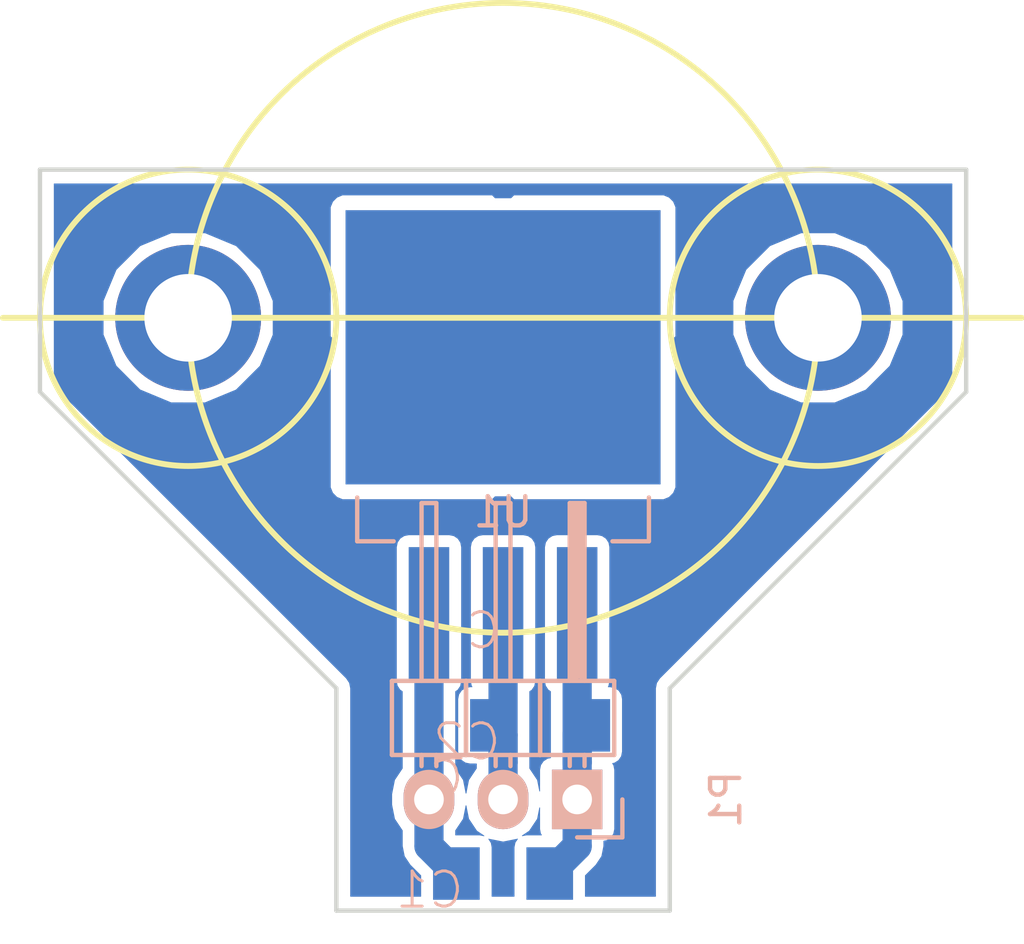
<source format=kicad_pcb>
(kicad_pcb (version 4) (host pcbnew 4.0.2-stable)

  (general
    (links 7)
    (no_connects 0)
    (area 95.149999 76.734999 130.275001 109.248333)
    (thickness 1.6)
    (drawings 12)
    (tracks 15)
    (zones 0)
    (modules 4)
    (nets 4)
  )

  (page A4)
  (layers
    (0 F.Cu signal)
    (31 B.Cu signal)
    (32 B.Adhes user)
    (33 F.Adhes user)
    (34 B.Paste user)
    (35 F.Paste user)
    (36 B.SilkS user)
    (37 F.SilkS user)
    (38 B.Mask user)
    (39 F.Mask user)
    (40 Dwgs.User user)
    (41 Cmts.User user)
    (42 Eco1.User user)
    (43 Eco2.User user)
    (44 Edge.Cuts user)
    (45 Margin user)
    (46 B.CrtYd user)
    (47 F.CrtYd user)
    (48 B.Fab user)
    (49 F.Fab user)
  )

  (setup
    (last_trace_width 0.25)
    (user_trace_width 1)
    (trace_clearance 0.2)
    (zone_clearance 0.4)
    (zone_45_only no)
    (trace_min 0.2)
    (segment_width 0.2)
    (edge_width 0.15)
    (via_size 0.6)
    (via_drill 0.4)
    (via_min_size 0.4)
    (via_min_drill 0.3)
    (user_via 5 3)
    (uvia_size 0.3)
    (uvia_drill 0.1)
    (uvias_allowed no)
    (uvia_min_size 0.2)
    (uvia_min_drill 0.1)
    (pcb_text_width 0.3)
    (pcb_text_size 1.5 1.5)
    (mod_edge_width 0.15)
    (mod_text_size 1 1)
    (mod_text_width 0.15)
    (pad_size 1.524 1.524)
    (pad_drill 0.762)
    (pad_to_mask_clearance 0.2)
    (aux_axis_origin 0 0)
    (visible_elements 7FFFFFFF)
    (pcbplotparams
      (layerselection 0x01000_80000000)
      (usegerberextensions false)
      (excludeedgelayer true)
      (linewidth 0.100000)
      (plotframeref false)
      (viasonmask false)
      (mode 1)
      (useauxorigin false)
      (hpglpennumber 1)
      (hpglpenspeed 20)
      (hpglpendiameter 15)
      (hpglpenoverlay 2)
      (psnegative false)
      (psa4output false)
      (plotreference true)
      (plotvalue true)
      (plotinvisibletext false)
      (padsonsilk false)
      (subtractmaskfromsilk false)
      (outputformat 1)
      (mirror false)
      (drillshape 0)
      (scaleselection 1)
      (outputdirectory ""))
  )

  (net 0 "")
  (net 1 "Net-(C1-Pad1)")
  (net 2 "Net-(C1-Pad2)")
  (net 3 "Net-(C2-Pad1)")

  (net_class Default "これは標準のネット クラスです。"
    (clearance 0.2)
    (trace_width 0.25)
    (via_dia 0.6)
    (via_drill 0.4)
    (uvia_dia 0.3)
    (uvia_drill 0.1)
    (add_net "Net-(C1-Pad1)")
    (add_net "Net-(C1-Pad2)")
    (add_net "Net-(C2-Pad1)")
  )

  (module RP_KiCAD_Libs:C3216 (layer B.Cu) (tedit 0) (tstamp 576CEBEA)
    (at 112.395 106.68)
    (descr <b>CAPACITOR</b>)
    (path /576CEBD9)
    (fp_text reference C1 (at -1.27 1.27) (layer B.SilkS)
      (effects (font (size 1.2065 1.2065) (thickness 0.1016)) (justify left bottom mirror))
    )
    (fp_text value C (at -1.27 -2.54) (layer B.SilkS)
      (effects (font (size 1.2065 1.2065) (thickness 0.1016)) (justify left bottom mirror))
    )
    (fp_line (start -0.965 0.787) (end 0.965 0.787) (layer Dwgs.User) (width 0.1016))
    (fp_line (start -0.965 -0.787) (end 0.965 -0.787) (layer Dwgs.User) (width 0.1016))
    (fp_poly (pts (xy -1.7018 -0.8509) (xy -0.9517 -0.8509) (xy -0.9517 0.8491) (xy -1.7018 0.8491)) (layer Dwgs.User) (width 0))
    (fp_poly (pts (xy 0.9517 -0.8491) (xy 1.7018 -0.8491) (xy 1.7018 0.8509) (xy 0.9517 0.8509)) (layer Dwgs.User) (width 0))
    (fp_poly (pts (xy -0.3 -0.5001) (xy 0.3 -0.5001) (xy 0.3 0.5001) (xy -0.3 0.5001)) (layer B.Adhes) (width 0))
    (pad 1 smd rect (at -1.6 0) (size 1.6 1.8) (layers B.Cu B.Paste B.Mask)
      (net 1 "Net-(C1-Pad1)"))
    (pad 2 smd rect (at 1.6 0) (size 1.6 1.8) (layers B.Cu B.Paste B.Mask)
      (net 2 "Net-(C1-Pad2)"))
    (model Resistors_SMD.3dshapes/R_1206.wrl
      (at (xyz 0 0 0))
      (scale (xyz 1 1 1))
      (rotate (xyz 0 0 0))
    )
  )

  (module RP_KiCAD_Libs:C3216 (layer B.Cu) (tedit 0) (tstamp 576CEBF0)
    (at 113.665 101.6)
    (descr <b>CAPACITOR</b>)
    (path /576CEC4E)
    (fp_text reference C2 (at -1.27 1.27) (layer B.SilkS)
      (effects (font (size 1.2065 1.2065) (thickness 0.1016)) (justify left bottom mirror))
    )
    (fp_text value C (at -1.27 -2.54) (layer B.SilkS)
      (effects (font (size 1.2065 1.2065) (thickness 0.1016)) (justify left bottom mirror))
    )
    (fp_line (start -0.965 0.787) (end 0.965 0.787) (layer Dwgs.User) (width 0.1016))
    (fp_line (start -0.965 -0.787) (end 0.965 -0.787) (layer Dwgs.User) (width 0.1016))
    (fp_poly (pts (xy -1.7018 -0.8509) (xy -0.9517 -0.8509) (xy -0.9517 0.8491) (xy -1.7018 0.8491)) (layer Dwgs.User) (width 0))
    (fp_poly (pts (xy 0.9517 -0.8491) (xy 1.7018 -0.8491) (xy 1.7018 0.8509) (xy 0.9517 0.8509)) (layer Dwgs.User) (width 0))
    (fp_poly (pts (xy -0.3 -0.5001) (xy 0.3 -0.5001) (xy 0.3 0.5001) (xy -0.3 0.5001)) (layer B.Adhes) (width 0))
    (pad 1 smd rect (at -1.6 0) (size 1.6 1.8) (layers B.Cu B.Paste B.Mask)
      (net 3 "Net-(C2-Pad1)"))
    (pad 2 smd rect (at 1.6 0) (size 1.6 1.8) (layers B.Cu B.Paste B.Mask)
      (net 2 "Net-(C1-Pad2)"))
    (model Resistors_SMD.3dshapes/R_1206.wrl
      (at (xyz 0 0 0))
      (scale (xyz 1 1 1))
      (rotate (xyz 0 0 0))
    )
  )

  (module Pin_Headers:Pin_Header_Angled_1x03 (layer B.Cu) (tedit 0) (tstamp 576CEBF7)
    (at 114.935 104.14 90)
    (descr "Through hole pin header")
    (tags "pin header")
    (path /576CEB7E)
    (fp_text reference P1 (at 0 5.1 90) (layer B.SilkS)
      (effects (font (size 1 1) (thickness 0.15)) (justify mirror))
    )
    (fp_text value CONN_01X03 (at 0 3.1 90) (layer B.Fab)
      (effects (font (size 1 1) (thickness 0.15)) (justify mirror))
    )
    (fp_line (start -1.5 1.75) (end -1.5 -6.85) (layer B.CrtYd) (width 0.05))
    (fp_line (start 10.65 1.75) (end 10.65 -6.85) (layer B.CrtYd) (width 0.05))
    (fp_line (start -1.5 1.75) (end 10.65 1.75) (layer B.CrtYd) (width 0.05))
    (fp_line (start -1.5 -6.85) (end 10.65 -6.85) (layer B.CrtYd) (width 0.05))
    (fp_line (start -1.3 1.55) (end -1.3 0) (layer B.SilkS) (width 0.15))
    (fp_line (start 0 1.55) (end -1.3 1.55) (layer B.SilkS) (width 0.15))
    (fp_line (start 4.191 0.127) (end 10.033 0.127) (layer B.SilkS) (width 0.15))
    (fp_line (start 10.033 0.127) (end 10.033 -0.127) (layer B.SilkS) (width 0.15))
    (fp_line (start 10.033 -0.127) (end 4.191 -0.127) (layer B.SilkS) (width 0.15))
    (fp_line (start 4.191 -0.127) (end 4.191 0) (layer B.SilkS) (width 0.15))
    (fp_line (start 4.191 0) (end 10.033 0) (layer B.SilkS) (width 0.15))
    (fp_line (start 1.524 0.254) (end 1.143 0.254) (layer B.SilkS) (width 0.15))
    (fp_line (start 1.524 -0.254) (end 1.143 -0.254) (layer B.SilkS) (width 0.15))
    (fp_line (start 1.524 -2.286) (end 1.143 -2.286) (layer B.SilkS) (width 0.15))
    (fp_line (start 1.524 -2.794) (end 1.143 -2.794) (layer B.SilkS) (width 0.15))
    (fp_line (start 1.524 -4.826) (end 1.143 -4.826) (layer B.SilkS) (width 0.15))
    (fp_line (start 1.524 -5.334) (end 1.143 -5.334) (layer B.SilkS) (width 0.15))
    (fp_line (start 4.064 -1.27) (end 4.064 1.27) (layer B.SilkS) (width 0.15))
    (fp_line (start 10.16 -0.254) (end 4.064 -0.254) (layer B.SilkS) (width 0.15))
    (fp_line (start 10.16 0.254) (end 10.16 -0.254) (layer B.SilkS) (width 0.15))
    (fp_line (start 4.064 0.254) (end 10.16 0.254) (layer B.SilkS) (width 0.15))
    (fp_line (start 1.524 -1.27) (end 4.064 -1.27) (layer B.SilkS) (width 0.15))
    (fp_line (start 1.524 1.27) (end 1.524 -1.27) (layer B.SilkS) (width 0.15))
    (fp_line (start 1.524 1.27) (end 4.064 1.27) (layer B.SilkS) (width 0.15))
    (fp_line (start 1.524 -3.81) (end 4.064 -3.81) (layer B.SilkS) (width 0.15))
    (fp_line (start 1.524 -3.81) (end 1.524 -6.35) (layer B.SilkS) (width 0.15))
    (fp_line (start 4.064 -4.826) (end 10.16 -4.826) (layer B.SilkS) (width 0.15))
    (fp_line (start 10.16 -4.826) (end 10.16 -5.334) (layer B.SilkS) (width 0.15))
    (fp_line (start 10.16 -5.334) (end 4.064 -5.334) (layer B.SilkS) (width 0.15))
    (fp_line (start 4.064 -6.35) (end 4.064 -3.81) (layer B.SilkS) (width 0.15))
    (fp_line (start 4.064 -3.81) (end 4.064 -1.27) (layer B.SilkS) (width 0.15))
    (fp_line (start 10.16 -2.794) (end 4.064 -2.794) (layer B.SilkS) (width 0.15))
    (fp_line (start 10.16 -2.286) (end 10.16 -2.794) (layer B.SilkS) (width 0.15))
    (fp_line (start 4.064 -2.286) (end 10.16 -2.286) (layer B.SilkS) (width 0.15))
    (fp_line (start 1.524 -3.81) (end 4.064 -3.81) (layer B.SilkS) (width 0.15))
    (fp_line (start 1.524 -1.27) (end 1.524 -3.81) (layer B.SilkS) (width 0.15))
    (fp_line (start 1.524 -1.27) (end 4.064 -1.27) (layer B.SilkS) (width 0.15))
    (fp_line (start 1.524 -6.35) (end 4.064 -6.35) (layer B.SilkS) (width 0.15))
    (pad 1 thru_hole rect (at 0 0 90) (size 2.032 1.7272) (drill 1.016) (layers *.Cu *.Mask B.SilkS)
      (net 2 "Net-(C1-Pad2)"))
    (pad 2 thru_hole oval (at 0 -2.54 90) (size 2.032 1.7272) (drill 1.016) (layers *.Cu *.Mask B.SilkS)
      (net 3 "Net-(C2-Pad1)"))
    (pad 3 thru_hole oval (at 0 -5.08 90) (size 2.032 1.7272) (drill 1.016) (layers *.Cu *.Mask B.SilkS)
      (net 1 "Net-(C1-Pad1)"))
    (model Pin_Headers.3dshapes/Pin_Header_Angled_1x03.wrl
      (at (xyz 0 -0.1 0))
      (scale (xyz 1 1 1))
      (rotate (xyz 0 0 90))
    )
  )

  (module TO_SOT_Packages_SMD:TO-263-3Lead (layer B.Cu) (tedit 55D38F53) (tstamp 576CEBFF)
    (at 112.395 97.79 90)
    (descr "D2PAK / TO-263 3-lead smd package")
    (tags "D2PAK D2PAK-3 TO-263AB TO-263")
    (path /576CEBB2)
    (attr smd)
    (fp_text reference U1 (at 3.5 0 360) (layer B.SilkS)
      (effects (font (size 1 1) (thickness 0.15)) (justify mirror))
    )
    (fp_text value LM1084IT-5.0/NOPB (at 15.25 0.25 360) (layer B.Fab)
      (effects (font (size 1 1) (thickness 0.15)) (justify mirror))
    )
    (fp_line (start 14.1 -5.65) (end -2.55 -5.65) (layer B.CrtYd) (width 0.05))
    (fp_line (start 14.1 5.65) (end 14.1 -5.65) (layer B.CrtYd) (width 0.05))
    (fp_line (start 14.1 5.65) (end -2.55 5.65) (layer B.CrtYd) (width 0.05))
    (fp_line (start -2.55 5.65) (end -2.55 -5.65) (layer B.CrtYd) (width 0.05))
    (fp_line (start 2.5 -5) (end 2.5 -3.75) (layer B.SilkS) (width 0.15))
    (fp_line (start 2.5 -5) (end 4 -5) (layer B.SilkS) (width 0.15))
    (fp_line (start 2.5 5) (end 4 5) (layer B.SilkS) (width 0.15))
    (fp_line (start 2.5 5) (end 2.5 3.75) (layer B.SilkS) (width 0.15))
    (pad 2 smd rect (at 0 0 90) (size 4.6 1.39) (layers B.Cu B.Paste B.Mask)
      (net 3 "Net-(C2-Pad1)"))
    (pad 4 smd rect (at 9.15 0 90) (size 9.4 10.8) (layers B.Cu B.Paste B.Mask))
    (pad 3 smd rect (at 0 -2.54 90) (size 4.6 1.39) (layers B.Cu B.Paste B.Mask)
      (net 1 "Net-(C1-Pad1)"))
    (pad 1 smd rect (at 0 2.54 90) (size 4.6 1.39) (layers B.Cu B.Paste B.Mask)
      (net 2 "Net-(C1-Pad2)"))
    (model TO_SOT_Packages_SMD.3dshapes/TO-263-3Lead.wrl
      (at (xyz 0 0 0))
      (scale (xyz 1 1 1))
      (rotate (xyz 0 0 90))
    )
  )

  (gr_line (start 128.27 90.17) (end 128.27 82.55) (angle 90) (layer Edge.Cuts) (width 0.15))
  (gr_line (start 96.52 90.17) (end 96.52 82.55) (angle 90) (layer Edge.Cuts) (width 0.15))
  (gr_line (start 106.68 100.33) (end 106.68 107.95) (angle 90) (layer Edge.Cuts) (width 0.15))
  (gr_line (start 96.52 90.17) (end 106.68 100.33) (angle 90) (layer Edge.Cuts) (width 0.15))
  (gr_line (start 118.11 100.33) (end 118.11 107.95) (angle 90) (layer Edge.Cuts) (width 0.15))
  (gr_line (start 128.27 90.17) (end 118.11 100.33) (angle 90) (layer Edge.Cuts) (width 0.15))
  (gr_line (start 106.68 107.95) (end 118.11 107.95) (angle 90) (layer Edge.Cuts) (width 0.15))
  (gr_line (start 96.52 82.55) (end 128.27 82.55) (angle 90) (layer Edge.Cuts) (width 0.15))
  (gr_circle (center 123.19 87.63) (end 118.11 87.63) (layer F.SilkS) (width 0.2))
  (gr_circle (center 101.6 87.63) (end 106.68 87.63) (layer F.SilkS) (width 0.2))
  (gr_circle (center 112.395 87.63) (end 123.19 87.63) (layer F.SilkS) (width 0.2))
  (gr_line (start 95.25 87.63) (end 130.175 87.63) (angle 90) (layer F.SilkS) (width 0.2))

  (via (at 101.6 87.63) (size 5) (drill 3) (layers F.Cu B.Cu) (net 0))
  (via (at 123.19 87.63) (size 5) (drill 3) (layers F.Cu B.Cu) (net 0))
  (segment (start 109.855 97.79) (end 109.855 104.14) (width 1) (layer B.Cu) (net 1))
  (segment (start 109.855 104.14) (end 109.855 105.74) (width 1) (layer B.Cu) (net 1) (tstamp 576CEC3D))
  (segment (start 109.855 105.74) (end 110.795 106.68) (width 1) (layer B.Cu) (net 1) (tstamp 576CEC3E))
  (segment (start 113.995 106.68) (end 114.935 105.74) (width 1) (layer B.Cu) (net 2))
  (segment (start 114.935 105.74) (end 114.935 104.14) (width 1) (layer B.Cu) (net 2) (tstamp 576CEC4F))
  (segment (start 115.265 101.6) (end 114.935 101.93) (width 1) (layer B.Cu) (net 2))
  (segment (start 114.935 101.93) (end 114.935 102.87) (width 1) (layer B.Cu) (net 2) (tstamp 576CEC4A))
  (segment (start 114.935 97.79) (end 114.935 102.87) (width 1) (layer B.Cu) (net 2))
  (segment (start 114.935 102.87) (end 114.935 104.14) (width 1) (layer B.Cu) (net 2) (tstamp 576CEC4D))
  (segment (start 112.065 101.6) (end 112.395 101.93) (width 1) (layer B.Cu) (net 3))
  (segment (start 112.395 101.93) (end 112.395 102.87) (width 1) (layer B.Cu) (net 3) (tstamp 576CEC45))
  (segment (start 112.395 97.79) (end 112.395 102.87) (width 1) (layer B.Cu) (net 3))
  (segment (start 112.395 102.87) (end 112.395 104.14) (width 1) (layer B.Cu) (net 3) (tstamp 576CEC48))

  (zone (net 0) (net_name "") (layer B.Cu) (tstamp 576CF5BC) (hatch edge 0.508)
    (connect_pads (clearance 0.4))
    (min_thickness 0.0254)
    (fill yes (arc_segments 16) (thermal_gap 0.508) (thermal_bridge_width 0.508))
    (polygon
      (pts
        (xy 128.27 90.17) (xy 118.11 100.33) (xy 118.11 107.95) (xy 106.68 107.95) (xy 106.68 100.33)
        (xy 96.52 90.17) (xy 96.52 82.55) (xy 128.27 82.55) (xy 128.27 90.17)
      )
    )
    (filled_polygon
      (pts
        (xy 127.7823 89.967988) (xy 117.765144 99.985144) (xy 117.659424 100.143365) (xy 117.6223 100.33) (xy 117.6223 107.4623)
        (xy 115.215785 107.4623) (xy 115.215785 106.749968) (xy 115.580377 106.385376) (xy 115.778225 106.089275) (xy 115.8477 105.74)
        (xy 115.8477 105.567546) (xy 115.951537 105.548008) (xy 116.092001 105.457622) (xy 116.186233 105.319709) (xy 116.219385 105.156)
        (xy 116.219385 103.124) (xy 116.190608 102.971063) (xy 116.148183 102.905133) (xy 116.217937 102.892008) (xy 116.358401 102.801622)
        (xy 116.452633 102.663709) (xy 116.485785 102.5) (xy 116.485785 100.7) (xy 116.457008 100.547063) (xy 116.366622 100.406599)
        (xy 116.228709 100.312367) (xy 116.065 100.279215) (xy 116.000205 100.279215) (xy 116.017633 100.253709) (xy 116.050785 100.09)
        (xy 116.050785 95.49) (xy 116.022008 95.337063) (xy 115.931622 95.196599) (xy 115.793709 95.102367) (xy 115.63 95.069215)
        (xy 114.24 95.069215) (xy 114.087063 95.097992) (xy 113.946599 95.188378) (xy 113.852367 95.326291) (xy 113.819215 95.49)
        (xy 113.819215 100.09) (xy 113.847992 100.242937) (xy 113.938378 100.383401) (xy 114.0223 100.440742) (xy 114.0223 102.712454)
        (xy 113.918463 102.731992) (xy 113.777999 102.822378) (xy 113.683767 102.960291) (xy 113.650615 103.124) (xy 113.650615 103.85562)
        (xy 113.574147 103.471191) (xy 113.3077 103.072425) (xy 113.3077 100.440334) (xy 113.383401 100.391622) (xy 113.477633 100.253709)
        (xy 113.510785 100.09) (xy 113.510785 95.49) (xy 113.482008 95.337063) (xy 113.391622 95.196599) (xy 113.253709 95.102367)
        (xy 113.09 95.069215) (xy 111.7 95.069215) (xy 111.547063 95.097992) (xy 111.406599 95.188378) (xy 111.312367 95.326291)
        (xy 111.279215 95.49) (xy 111.279215 100.09) (xy 111.307992 100.242937) (xy 111.331336 100.279215) (xy 111.265 100.279215)
        (xy 111.112063 100.307992) (xy 110.971599 100.398378) (xy 110.877367 100.536291) (xy 110.844215 100.7) (xy 110.844215 102.5)
        (xy 110.872992 102.652937) (xy 110.963378 102.793401) (xy 111.101291 102.887633) (xy 111.265 102.920785) (xy 111.4823 102.920785)
        (xy 111.4823 103.072425) (xy 111.215853 103.471191) (xy 111.125 103.927938) (xy 111.034147 103.471191) (xy 110.7677 103.072425)
        (xy 110.7677 100.440334) (xy 110.843401 100.391622) (xy 110.937633 100.253709) (xy 110.970785 100.09) (xy 110.970785 95.49)
        (xy 110.942008 95.337063) (xy 110.851622 95.196599) (xy 110.713709 95.102367) (xy 110.55 95.069215) (xy 109.16 95.069215)
        (xy 109.007063 95.097992) (xy 108.866599 95.188378) (xy 108.772367 95.326291) (xy 108.739215 95.49) (xy 108.739215 100.09)
        (xy 108.767992 100.242937) (xy 108.858378 100.383401) (xy 108.9423 100.440742) (xy 108.9423 103.072425) (xy 108.675853 103.471191)
        (xy 108.5787 103.95961) (xy 108.5787 104.32039) (xy 108.675853 104.808809) (xy 108.9423 105.207575) (xy 108.9423 105.74)
        (xy 109.000904 106.034624) (xy 109.011775 106.089275) (xy 109.209624 106.385376) (xy 109.574215 106.749967) (xy 109.574215 107.4623)
        (xy 107.1677 107.4623) (xy 107.1677 100.33) (xy 107.130576 100.143365) (xy 107.024856 99.985144) (xy 97.0077 89.967988)
        (xy 97.0077 88.20683) (xy 98.686796 88.20683) (xy 99.129293 89.277756) (xy 99.947934 90.097827) (xy 101.018086 90.542193)
        (xy 102.17683 90.543204) (xy 103.247756 90.100707) (xy 104.067827 89.282066) (xy 104.512193 88.211914) (xy 104.513204 87.05317)
        (xy 104.070707 85.982244) (xy 103.252066 85.162173) (xy 102.181914 84.717807) (xy 101.02317 84.716796) (xy 99.952244 85.159293)
        (xy 99.132173 85.977934) (xy 98.687807 87.048086) (xy 98.686796 88.20683) (xy 97.0077 88.20683) (xy 97.0077 83.836426)
        (xy 106.4743 83.836426) (xy 106.4743 88.268525) (xy 106.574215 88.36844) (xy 106.574215 88.91156) (xy 106.4743 89.011475)
        (xy 106.4743 93.443574) (xy 106.553572 93.634953) (xy 106.700047 93.781428) (xy 106.891427 93.8607) (xy 112.023525 93.8607)
        (xy 112.12344 93.760785) (xy 112.66656 93.760785) (xy 112.766475 93.8607) (xy 117.898573 93.8607) (xy 118.089953 93.781428)
        (xy 118.236428 93.634953) (xy 118.3157 93.443574) (xy 118.3157 89.011475) (xy 118.215785 88.91156) (xy 118.215785 88.36844)
        (xy 118.3157 88.268525) (xy 118.3157 88.20683) (xy 120.276796 88.20683) (xy 120.719293 89.277756) (xy 121.537934 90.097827)
        (xy 122.608086 90.542193) (xy 123.76683 90.543204) (xy 124.837756 90.100707) (xy 125.657827 89.282066) (xy 126.102193 88.211914)
        (xy 126.103204 87.05317) (xy 125.660707 85.982244) (xy 124.842066 85.162173) (xy 123.771914 84.717807) (xy 122.61317 84.716796)
        (xy 121.542244 85.159293) (xy 120.722173 85.977934) (xy 120.277807 87.048086) (xy 120.276796 88.20683) (xy 118.3157 88.20683)
        (xy 118.3157 83.836426) (xy 118.236428 83.645047) (xy 118.089953 83.498572) (xy 117.898573 83.4193) (xy 112.766475 83.4193)
        (xy 112.66656 83.519215) (xy 112.12344 83.519215) (xy 112.023525 83.4193) (xy 106.891427 83.4193) (xy 106.700047 83.498572)
        (xy 106.553572 83.645047) (xy 106.4743 83.836426) (xy 97.0077 83.836426) (xy 97.0077 83.0377) (xy 127.7823 83.0377)
      )
    )
    (filled_polygon
      (pts
        (xy 112.807367 105.616291) (xy 112.774215 105.78) (xy 112.774215 107.4623) (xy 112.015785 107.4623) (xy 112.015785 105.78)
        (xy 111.987008 105.627063) (xy 111.903715 105.497622) (xy 111.906581 105.499537) (xy 112.395 105.59669) (xy 112.883419 105.499537)
        (xy 112.890269 105.49496)
      )
    )
    (filled_polygon
      (pts
        (xy 111.215853 104.808809) (xy 111.49252 105.22287) (xy 111.740746 105.388729) (xy 111.595 105.359215) (xy 110.7677 105.359215)
        (xy 110.7677 105.207575) (xy 111.034147 104.808809) (xy 111.125 104.352062)
      )
    )
    (filled_polygon
      (pts
        (xy 113.650615 105.156) (xy 113.679392 105.308937) (xy 113.711745 105.359215) (xy 113.195 105.359215) (xy 113.053609 105.385819)
        (xy 113.29748 105.22287) (xy 113.574147 104.808809) (xy 113.650615 104.42438)
      )
    )
  )
)

</source>
